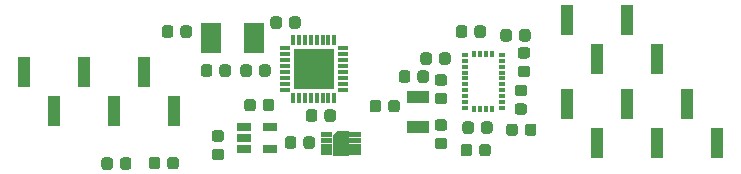
<source format=gbr>
G04 #@! TF.GenerationSoftware,KiCad,Pcbnew,(5.1.6-0-10_14)*
G04 #@! TF.CreationDate,2020-07-22T22:48:04-07:00*
G04 #@! TF.ProjectId,VineHoop_V1_2,56696e65-486f-46f7-905f-56315f322e6b,rev?*
G04 #@! TF.SameCoordinates,Original*
G04 #@! TF.FileFunction,Soldermask,Top*
G04 #@! TF.FilePolarity,Negative*
%FSLAX46Y46*%
G04 Gerber Fmt 4.6, Leading zero omitted, Abs format (unit mm)*
G04 Created by KiCad (PCBNEW (5.1.6-0-10_14)) date 2020-07-22 22:48:04*
%MOMM*%
%LPD*%
G01*
G04 APERTURE LIST*
%ADD10C,0.010000*%
%ADD11C,0.001000*%
%ADD12R,1.101600X2.611600*%
%ADD13R,0.626600X0.401600*%
%ADD14R,0.401600X0.526600*%
%ADD15R,3.352800X3.352800*%
%ADD16R,0.914400X0.406400*%
%ADD17R,0.406400X0.914400*%
%ADD18R,1.161600X0.751600*%
%ADD19R,1.901600X1.101600*%
%ADD20R,1.801600X2.501600*%
%ADD21R,0.301600X1.101600*%
G04 APERTURE END LIST*
D10*
G36*
X152226826Y-69665000D02*
G01*
X153126000Y-69665000D01*
X153126000Y-70066046D01*
X152226826Y-70066046D01*
X152226826Y-69665000D01*
G37*
X152226826Y-69665000D02*
X153126000Y-69665000D01*
X153126000Y-70066046D01*
X152226826Y-70066046D01*
X152226826Y-69665000D01*
G36*
X152226746Y-69165000D02*
G01*
X153126000Y-69165000D01*
X153126000Y-69565448D01*
X152226746Y-69565448D01*
X152226746Y-69165000D01*
G37*
X152226746Y-69165000D02*
X153126000Y-69165000D01*
X153126000Y-69565448D01*
X152226746Y-69565448D01*
X152226746Y-69165000D01*
G36*
X152226849Y-68665000D02*
G01*
X153126000Y-68665000D01*
X153126000Y-69064943D01*
X152226849Y-69064943D01*
X152226849Y-68665000D01*
G37*
X152226849Y-68665000D02*
X153126000Y-68665000D01*
X153126000Y-69064943D01*
X152226849Y-69064943D01*
X152226849Y-68665000D01*
G36*
X152226198Y-68165000D02*
G01*
X153126000Y-68165000D01*
X153126000Y-68564855D01*
X152226198Y-68564855D01*
X152226198Y-68165000D01*
G37*
X152226198Y-68165000D02*
X153126000Y-68165000D01*
X153126000Y-68564855D01*
X152226198Y-68564855D01*
X152226198Y-68165000D01*
G36*
X149825490Y-69665000D02*
G01*
X150726000Y-69665000D01*
X150726000Y-70065295D01*
X149825490Y-70065295D01*
X149825490Y-69665000D01*
G37*
X149825490Y-69665000D02*
X150726000Y-69665000D01*
X150726000Y-70065295D01*
X149825490Y-70065295D01*
X149825490Y-69665000D01*
G36*
X149824100Y-69165000D02*
G01*
X150726000Y-69165000D01*
X150726000Y-69565519D01*
X149824100Y-69565519D01*
X149824100Y-69165000D01*
G37*
X149824100Y-69165000D02*
X150726000Y-69165000D01*
X150726000Y-69565519D01*
X149824100Y-69565519D01*
X149824100Y-69165000D01*
G36*
X149825330Y-68665000D02*
G01*
X150726000Y-68665000D01*
X150726000Y-69064980D01*
X149825330Y-69064980D01*
X149825330Y-68665000D01*
G37*
X149825330Y-68665000D02*
X150726000Y-68665000D01*
X150726000Y-69064980D01*
X149825330Y-69064980D01*
X149825330Y-68665000D01*
G36*
X149824660Y-68165000D02*
G01*
X150726000Y-68165000D01*
X150726000Y-68564552D01*
X149824660Y-68564552D01*
X149824660Y-68165000D01*
G37*
X149824660Y-68165000D02*
X150726000Y-68165000D01*
X150726000Y-68564552D01*
X149824660Y-68564552D01*
X149824660Y-68165000D01*
D11*
G36*
X150826000Y-68465000D02*
G01*
X151176000Y-68115000D01*
X152126000Y-68115000D01*
X152126000Y-70115000D01*
X150826000Y-70115000D01*
X150826000Y-68465000D01*
G37*
X150826000Y-68465000D02*
X151176000Y-68115000D01*
X152126000Y-68115000D01*
X152126000Y-70115000D01*
X150826000Y-70115000D01*
X150826000Y-68465000D01*
G36*
G01*
X136235300Y-70544350D02*
X136235300Y-71107650D01*
G75*
G02*
X135991150Y-71351800I-244150J0D01*
G01*
X135502850Y-71351800D01*
G75*
G02*
X135258700Y-71107650I0J244150D01*
G01*
X135258700Y-70544350D01*
G75*
G02*
X135502850Y-70300200I244150J0D01*
G01*
X135991150Y-70300200D01*
G75*
G02*
X136235300Y-70544350I0J-244150D01*
G01*
G37*
G36*
G01*
X137810300Y-70544350D02*
X137810300Y-71107650D01*
G75*
G02*
X137566150Y-71351800I-244150J0D01*
G01*
X137077850Y-71351800D01*
G75*
G02*
X136833700Y-71107650I0J244150D01*
G01*
X136833700Y-70544350D01*
G75*
G02*
X137077850Y-70300200I244150J0D01*
G01*
X137566150Y-70300200D01*
G75*
G02*
X137810300Y-70544350I0J-244150D01*
G01*
G37*
G36*
G01*
X132823700Y-71147650D02*
X132823700Y-70584350D01*
G75*
G02*
X133067850Y-70340200I244150J0D01*
G01*
X133556150Y-70340200D01*
G75*
G02*
X133800300Y-70584350I0J-244150D01*
G01*
X133800300Y-71147650D01*
G75*
G02*
X133556150Y-71391800I-244150J0D01*
G01*
X133067850Y-71391800D01*
G75*
G02*
X132823700Y-71147650I0J244150D01*
G01*
G37*
G36*
G01*
X131248700Y-71147650D02*
X131248700Y-70584350D01*
G75*
G02*
X131492850Y-70340200I244150J0D01*
G01*
X131981150Y-70340200D01*
G75*
G02*
X132225300Y-70584350I0J-244150D01*
G01*
X132225300Y-71147650D01*
G75*
G02*
X131981150Y-71391800I-244150J0D01*
G01*
X131492850Y-71391800D01*
G75*
G02*
X131248700Y-71147650I0J244150D01*
G01*
G37*
G36*
G01*
X162641800Y-69441350D02*
X162641800Y-70004650D01*
G75*
G02*
X162397650Y-70248800I-244150J0D01*
G01*
X161909350Y-70248800D01*
G75*
G02*
X161665200Y-70004650I0J244150D01*
G01*
X161665200Y-69441350D01*
G75*
G02*
X161909350Y-69197200I244150J0D01*
G01*
X162397650Y-69197200D01*
G75*
G02*
X162641800Y-69441350I0J-244150D01*
G01*
G37*
G36*
G01*
X164216800Y-69441350D02*
X164216800Y-70004650D01*
G75*
G02*
X163972650Y-70248800I-244150J0D01*
G01*
X163484350Y-70248800D01*
G75*
G02*
X163240200Y-70004650I0J244150D01*
G01*
X163240200Y-69441350D01*
G75*
G02*
X163484350Y-69197200I244150J0D01*
G01*
X163972650Y-69197200D01*
G75*
G02*
X164216800Y-69441350I0J-244150D01*
G01*
G37*
G36*
G01*
X144596700Y-63273650D02*
X144596700Y-62710350D01*
G75*
G02*
X144840850Y-62466200I244150J0D01*
G01*
X145329150Y-62466200D01*
G75*
G02*
X145573300Y-62710350I0J-244150D01*
G01*
X145573300Y-63273650D01*
G75*
G02*
X145329150Y-63517800I-244150J0D01*
G01*
X144840850Y-63517800D01*
G75*
G02*
X144596700Y-63273650I0J244150D01*
G01*
G37*
G36*
G01*
X143021700Y-63273650D02*
X143021700Y-62710350D01*
G75*
G02*
X143265850Y-62466200I244150J0D01*
G01*
X143754150Y-62466200D01*
G75*
G02*
X143998300Y-62710350I0J-244150D01*
G01*
X143998300Y-63273650D01*
G75*
G02*
X143754150Y-63517800I-244150J0D01*
G01*
X143265850Y-63517800D01*
G75*
G02*
X143021700Y-63273650I0J244150D01*
G01*
G37*
D12*
X173228000Y-61976000D03*
X178308000Y-61976000D03*
X170688000Y-58666000D03*
X175768000Y-58666000D03*
G36*
G01*
X141243700Y-63273650D02*
X141243700Y-62710350D01*
G75*
G02*
X141487850Y-62466200I244150J0D01*
G01*
X141976150Y-62466200D01*
G75*
G02*
X142220300Y-62710350I0J-244150D01*
G01*
X142220300Y-63273650D01*
G75*
G02*
X141976150Y-63517800I-244150J0D01*
G01*
X141487850Y-63517800D01*
G75*
G02*
X141243700Y-63273650I0J244150D01*
G01*
G37*
G36*
G01*
X139668700Y-63273650D02*
X139668700Y-62710350D01*
G75*
G02*
X139912850Y-62466200I244150J0D01*
G01*
X140401150Y-62466200D01*
G75*
G02*
X140645300Y-62710350I0J-244150D01*
G01*
X140645300Y-63273650D01*
G75*
G02*
X140401150Y-63517800I-244150J0D01*
G01*
X139912850Y-63517800D01*
G75*
G02*
X139668700Y-63273650I0J244150D01*
G01*
G37*
G36*
G01*
X149535300Y-66520350D02*
X149535300Y-67083650D01*
G75*
G02*
X149291150Y-67327800I-244150J0D01*
G01*
X148802850Y-67327800D01*
G75*
G02*
X148558700Y-67083650I0J244150D01*
G01*
X148558700Y-66520350D01*
G75*
G02*
X148802850Y-66276200I244150J0D01*
G01*
X149291150Y-66276200D01*
G75*
G02*
X149535300Y-66520350I0J-244150D01*
G01*
G37*
G36*
G01*
X151110300Y-66520350D02*
X151110300Y-67083650D01*
G75*
G02*
X150866150Y-67327800I-244150J0D01*
G01*
X150377850Y-67327800D01*
G75*
G02*
X150133700Y-67083650I0J244150D01*
G01*
X150133700Y-66520350D01*
G75*
G02*
X150377850Y-66276200I244150J0D01*
G01*
X150866150Y-66276200D01*
G75*
G02*
X151110300Y-66520350I0J-244150D01*
G01*
G37*
D13*
X162021500Y-65655000D03*
X162021500Y-65155000D03*
X162021500Y-64655000D03*
X162021500Y-64155000D03*
X162021500Y-63655000D03*
X162021500Y-63155000D03*
X162021500Y-62655000D03*
X162021500Y-62155000D03*
X162021500Y-61655000D03*
D14*
X162834000Y-61592500D03*
X163334000Y-61592500D03*
X163834000Y-61592500D03*
X164334000Y-61592500D03*
D13*
X165146500Y-61655000D03*
X165146500Y-62155000D03*
X165146500Y-62655000D03*
X165146500Y-63155000D03*
X165146500Y-63655000D03*
X165146500Y-64155000D03*
X165146500Y-64655000D03*
X165146500Y-65155000D03*
X165146500Y-65655000D03*
X165146500Y-66155000D03*
D14*
X164334000Y-66217500D03*
X163834000Y-66217500D03*
X163334000Y-66217500D03*
X162834000Y-66217500D03*
D13*
X162021500Y-66155000D03*
D15*
X149225000Y-62865000D03*
D16*
X151688800Y-61112400D03*
X151688800Y-61620400D03*
X151688800Y-62103000D03*
X151688800Y-62611000D03*
X151688800Y-63119000D03*
X151688800Y-63627000D03*
X151688800Y-64109600D03*
X151688800Y-64617600D03*
D17*
X150977600Y-65328800D03*
X150469600Y-65328800D03*
X149987000Y-65328800D03*
X149479000Y-65328800D03*
X148971000Y-65328800D03*
X148463000Y-65328800D03*
X147980400Y-65328800D03*
X147472400Y-65328800D03*
D16*
X146761200Y-64617600D03*
X146761200Y-64109600D03*
X146761200Y-63627000D03*
X146761200Y-63119000D03*
X146761200Y-62611000D03*
X146761200Y-62103000D03*
X146761200Y-61620400D03*
X146761200Y-61112400D03*
D17*
X147472400Y-60401200D03*
X147980400Y-60401200D03*
X148463000Y-60401200D03*
X148971000Y-60401200D03*
X149479000Y-60401200D03*
X149987000Y-60401200D03*
X150469600Y-60401200D03*
X150977600Y-60401200D03*
D18*
X145522000Y-67725000D03*
X145522000Y-69625000D03*
X143322000Y-69625000D03*
X143322000Y-68675000D03*
X143322000Y-67725000D03*
G36*
G01*
X167310650Y-61970800D02*
X166747350Y-61970800D01*
G75*
G02*
X166503200Y-61726650I0J244150D01*
G01*
X166503200Y-61238350D01*
G75*
G02*
X166747350Y-60994200I244150J0D01*
G01*
X167310650Y-60994200D01*
G75*
G02*
X167554800Y-61238350I0J-244150D01*
G01*
X167554800Y-61726650D01*
G75*
G02*
X167310650Y-61970800I-244150J0D01*
G01*
G37*
G36*
G01*
X167310650Y-63545800D02*
X166747350Y-63545800D01*
G75*
G02*
X166503200Y-63301650I0J244150D01*
G01*
X166503200Y-62813350D01*
G75*
G02*
X166747350Y-62569200I244150J0D01*
G01*
X167310650Y-62569200D01*
G75*
G02*
X167554800Y-62813350I0J-244150D01*
G01*
X167554800Y-63301650D01*
G75*
G02*
X167310650Y-63545800I-244150J0D01*
G01*
G37*
G36*
G01*
X163392700Y-68099650D02*
X163392700Y-67536350D01*
G75*
G02*
X163636850Y-67292200I244150J0D01*
G01*
X164125150Y-67292200D01*
G75*
G02*
X164369300Y-67536350I0J-244150D01*
G01*
X164369300Y-68099650D01*
G75*
G02*
X164125150Y-68343800I-244150J0D01*
G01*
X163636850Y-68343800D01*
G75*
G02*
X163392700Y-68099650I0J244150D01*
G01*
G37*
G36*
G01*
X161817700Y-68099650D02*
X161817700Y-67536350D01*
G75*
G02*
X162061850Y-67292200I244150J0D01*
G01*
X162550150Y-67292200D01*
G75*
G02*
X162794300Y-67536350I0J-244150D01*
G01*
X162794300Y-68099650D01*
G75*
G02*
X162550150Y-68343800I-244150J0D01*
G01*
X162061850Y-68343800D01*
G75*
G02*
X161817700Y-68099650I0J244150D01*
G01*
G37*
G36*
G01*
X137941700Y-59971650D02*
X137941700Y-59408350D01*
G75*
G02*
X138185850Y-59164200I244150J0D01*
G01*
X138674150Y-59164200D01*
G75*
G02*
X138918300Y-59408350I0J-244150D01*
G01*
X138918300Y-59971650D01*
G75*
G02*
X138674150Y-60215800I-244150J0D01*
G01*
X138185850Y-60215800D01*
G75*
G02*
X137941700Y-59971650I0J244150D01*
G01*
G37*
G36*
G01*
X136366700Y-59971650D02*
X136366700Y-59408350D01*
G75*
G02*
X136610850Y-59164200I244150J0D01*
G01*
X137099150Y-59164200D01*
G75*
G02*
X137343300Y-59408350I0J-244150D01*
G01*
X137343300Y-59971650D01*
G75*
G02*
X137099150Y-60215800I-244150J0D01*
G01*
X136610850Y-60215800D01*
G75*
G02*
X136366700Y-59971650I0J244150D01*
G01*
G37*
G36*
G01*
X146538300Y-58646350D02*
X146538300Y-59209650D01*
G75*
G02*
X146294150Y-59453800I-244150J0D01*
G01*
X145805850Y-59453800D01*
G75*
G02*
X145561700Y-59209650I0J244150D01*
G01*
X145561700Y-58646350D01*
G75*
G02*
X145805850Y-58402200I244150J0D01*
G01*
X146294150Y-58402200D01*
G75*
G02*
X146538300Y-58646350I0J-244150D01*
G01*
G37*
G36*
G01*
X148113300Y-58646350D02*
X148113300Y-59209650D01*
G75*
G02*
X147869150Y-59453800I-244150J0D01*
G01*
X147380850Y-59453800D01*
G75*
G02*
X147136700Y-59209650I0J244150D01*
G01*
X147136700Y-58646350D01*
G75*
G02*
X147380850Y-58402200I244150J0D01*
G01*
X147869150Y-58402200D01*
G75*
G02*
X148113300Y-58646350I0J-244150D01*
G01*
G37*
G36*
G01*
X144315800Y-65631350D02*
X144315800Y-66194650D01*
G75*
G02*
X144071650Y-66438800I-244150J0D01*
G01*
X143583350Y-66438800D01*
G75*
G02*
X143339200Y-66194650I0J244150D01*
G01*
X143339200Y-65631350D01*
G75*
G02*
X143583350Y-65387200I244150J0D01*
G01*
X144071650Y-65387200D01*
G75*
G02*
X144315800Y-65631350I0J-244150D01*
G01*
G37*
G36*
G01*
X145890800Y-65631350D02*
X145890800Y-66194650D01*
G75*
G02*
X145646650Y-66438800I-244150J0D01*
G01*
X145158350Y-66438800D01*
G75*
G02*
X144914200Y-66194650I0J244150D01*
G01*
X144914200Y-65631350D01*
G75*
G02*
X145158350Y-65387200I244150J0D01*
G01*
X145646650Y-65387200D01*
G75*
G02*
X145890800Y-65631350I0J-244150D01*
G01*
G37*
G36*
G01*
X141401650Y-69010800D02*
X140838350Y-69010800D01*
G75*
G02*
X140594200Y-68766650I0J244150D01*
G01*
X140594200Y-68278350D01*
G75*
G02*
X140838350Y-68034200I244150J0D01*
G01*
X141401650Y-68034200D01*
G75*
G02*
X141645800Y-68278350I0J-244150D01*
G01*
X141645800Y-68766650D01*
G75*
G02*
X141401650Y-69010800I-244150J0D01*
G01*
G37*
G36*
G01*
X141401650Y-70585800D02*
X140838350Y-70585800D01*
G75*
G02*
X140594200Y-70341650I0J244150D01*
G01*
X140594200Y-69853350D01*
G75*
G02*
X140838350Y-69609200I244150J0D01*
G01*
X141401650Y-69609200D01*
G75*
G02*
X141645800Y-69853350I0J-244150D01*
G01*
X141645800Y-70341650D01*
G75*
G02*
X141401650Y-70585800I-244150J0D01*
G01*
G37*
G36*
G01*
X166488350Y-65765700D02*
X167051650Y-65765700D01*
G75*
G02*
X167295800Y-66009850I0J-244150D01*
G01*
X167295800Y-66498150D01*
G75*
G02*
X167051650Y-66742300I-244150J0D01*
G01*
X166488350Y-66742300D01*
G75*
G02*
X166244200Y-66498150I0J244150D01*
G01*
X166244200Y-66009850D01*
G75*
G02*
X166488350Y-65765700I244150J0D01*
G01*
G37*
G36*
G01*
X166488350Y-64190700D02*
X167051650Y-64190700D01*
G75*
G02*
X167295800Y-64434850I0J-244150D01*
G01*
X167295800Y-64923150D01*
G75*
G02*
X167051650Y-65167300I-244150J0D01*
G01*
X166488350Y-65167300D01*
G75*
G02*
X166244200Y-64923150I0J244150D01*
G01*
X166244200Y-64434850D01*
G75*
G02*
X166488350Y-64190700I244150J0D01*
G01*
G37*
G36*
G01*
X158007700Y-63781650D02*
X158007700Y-63218350D01*
G75*
G02*
X158251850Y-62974200I244150J0D01*
G01*
X158740150Y-62974200D01*
G75*
G02*
X158984300Y-63218350I0J-244150D01*
G01*
X158984300Y-63781650D01*
G75*
G02*
X158740150Y-64025800I-244150J0D01*
G01*
X158251850Y-64025800D01*
G75*
G02*
X158007700Y-63781650I0J244150D01*
G01*
G37*
G36*
G01*
X156432700Y-63781650D02*
X156432700Y-63218350D01*
G75*
G02*
X156676850Y-62974200I244150J0D01*
G01*
X157165150Y-62974200D01*
G75*
G02*
X157409300Y-63218350I0J-244150D01*
G01*
X157409300Y-63781650D01*
G75*
G02*
X157165150Y-64025800I-244150J0D01*
G01*
X156676850Y-64025800D01*
G75*
G02*
X156432700Y-63781650I0J244150D01*
G01*
G37*
G36*
G01*
X159238300Y-61694350D02*
X159238300Y-62257650D01*
G75*
G02*
X158994150Y-62501800I-244150J0D01*
G01*
X158505850Y-62501800D01*
G75*
G02*
X158261700Y-62257650I0J244150D01*
G01*
X158261700Y-61694350D01*
G75*
G02*
X158505850Y-61450200I244150J0D01*
G01*
X158994150Y-61450200D01*
G75*
G02*
X159238300Y-61694350I0J-244150D01*
G01*
G37*
G36*
G01*
X160813300Y-61694350D02*
X160813300Y-62257650D01*
G75*
G02*
X160569150Y-62501800I-244150J0D01*
G01*
X160080850Y-62501800D01*
G75*
G02*
X159836700Y-62257650I0J244150D01*
G01*
X159836700Y-61694350D01*
G75*
G02*
X160080850Y-61450200I244150J0D01*
G01*
X160569150Y-61450200D01*
G75*
G02*
X160813300Y-61694350I0J-244150D01*
G01*
G37*
G36*
G01*
X154937300Y-65718350D02*
X154937300Y-66281650D01*
G75*
G02*
X154693150Y-66525800I-244150J0D01*
G01*
X154204850Y-66525800D01*
G75*
G02*
X153960700Y-66281650I0J244150D01*
G01*
X153960700Y-65718350D01*
G75*
G02*
X154204850Y-65474200I244150J0D01*
G01*
X154693150Y-65474200D01*
G75*
G02*
X154937300Y-65718350I0J-244150D01*
G01*
G37*
G36*
G01*
X156512300Y-65718350D02*
X156512300Y-66281650D01*
G75*
G02*
X156268150Y-66525800I-244150J0D01*
G01*
X155779850Y-66525800D01*
G75*
G02*
X155535700Y-66281650I0J244150D01*
G01*
X155535700Y-65718350D01*
G75*
G02*
X155779850Y-65474200I244150J0D01*
G01*
X156268150Y-65474200D01*
G75*
G02*
X156512300Y-65718350I0J-244150D01*
G01*
G37*
G36*
G01*
X148355700Y-69369650D02*
X148355700Y-68806350D01*
G75*
G02*
X148599850Y-68562200I244150J0D01*
G01*
X149088150Y-68562200D01*
G75*
G02*
X149332300Y-68806350I0J-244150D01*
G01*
X149332300Y-69369650D01*
G75*
G02*
X149088150Y-69613800I-244150J0D01*
G01*
X148599850Y-69613800D01*
G75*
G02*
X148355700Y-69369650I0J244150D01*
G01*
G37*
G36*
G01*
X146780700Y-69369650D02*
X146780700Y-68806350D01*
G75*
G02*
X147024850Y-68562200I244150J0D01*
G01*
X147513150Y-68562200D01*
G75*
G02*
X147757300Y-68806350I0J-244150D01*
G01*
X147757300Y-69369650D01*
G75*
G02*
X147513150Y-69613800I-244150J0D01*
G01*
X147024850Y-69613800D01*
G75*
G02*
X146780700Y-69369650I0J244150D01*
G01*
G37*
G36*
G01*
X160285650Y-64280800D02*
X159722350Y-64280800D01*
G75*
G02*
X159478200Y-64036650I0J244150D01*
G01*
X159478200Y-63548350D01*
G75*
G02*
X159722350Y-63304200I244150J0D01*
G01*
X160285650Y-63304200D01*
G75*
G02*
X160529800Y-63548350I0J-244150D01*
G01*
X160529800Y-64036650D01*
G75*
G02*
X160285650Y-64280800I-244150J0D01*
G01*
G37*
G36*
G01*
X160285650Y-65855800D02*
X159722350Y-65855800D01*
G75*
G02*
X159478200Y-65611650I0J244150D01*
G01*
X159478200Y-65123350D01*
G75*
G02*
X159722350Y-64879200I244150J0D01*
G01*
X160285650Y-64879200D01*
G75*
G02*
X160529800Y-65123350I0J-244150D01*
G01*
X160529800Y-65611650D01*
G75*
G02*
X160285650Y-65855800I-244150J0D01*
G01*
G37*
G36*
G01*
X159722350Y-68689200D02*
X160285650Y-68689200D01*
G75*
G02*
X160529800Y-68933350I0J-244150D01*
G01*
X160529800Y-69421650D01*
G75*
G02*
X160285650Y-69665800I-244150J0D01*
G01*
X159722350Y-69665800D01*
G75*
G02*
X159478200Y-69421650I0J244150D01*
G01*
X159478200Y-68933350D01*
G75*
G02*
X159722350Y-68689200I244150J0D01*
G01*
G37*
G36*
G01*
X159722350Y-67114200D02*
X160285650Y-67114200D01*
G75*
G02*
X160529800Y-67358350I0J-244150D01*
G01*
X160529800Y-67846650D01*
G75*
G02*
X160285650Y-68090800I-244150J0D01*
G01*
X159722350Y-68090800D01*
G75*
G02*
X159478200Y-67846650I0J244150D01*
G01*
X159478200Y-67358350D01*
G75*
G02*
X159722350Y-67114200I244150J0D01*
G01*
G37*
G36*
G01*
X162833700Y-59971650D02*
X162833700Y-59408350D01*
G75*
G02*
X163077850Y-59164200I244150J0D01*
G01*
X163566150Y-59164200D01*
G75*
G02*
X163810300Y-59408350I0J-244150D01*
G01*
X163810300Y-59971650D01*
G75*
G02*
X163566150Y-60215800I-244150J0D01*
G01*
X163077850Y-60215800D01*
G75*
G02*
X162833700Y-59971650I0J244150D01*
G01*
G37*
G36*
G01*
X161258700Y-59971650D02*
X161258700Y-59408350D01*
G75*
G02*
X161502850Y-59164200I244150J0D01*
G01*
X161991150Y-59164200D01*
G75*
G02*
X162235300Y-59408350I0J-244150D01*
G01*
X162235300Y-59971650D01*
G75*
G02*
X161991150Y-60215800I-244150J0D01*
G01*
X161502850Y-60215800D01*
G75*
G02*
X161258700Y-59971650I0J244150D01*
G01*
G37*
G36*
G01*
X166610700Y-60281650D02*
X166610700Y-59718350D01*
G75*
G02*
X166854850Y-59474200I244150J0D01*
G01*
X167343150Y-59474200D01*
G75*
G02*
X167587300Y-59718350I0J-244150D01*
G01*
X167587300Y-60281650D01*
G75*
G02*
X167343150Y-60525800I-244150J0D01*
G01*
X166854850Y-60525800D01*
G75*
G02*
X166610700Y-60281650I0J244150D01*
G01*
G37*
G36*
G01*
X165035700Y-60281650D02*
X165035700Y-59718350D01*
G75*
G02*
X165279850Y-59474200I244150J0D01*
G01*
X165768150Y-59474200D01*
G75*
G02*
X166012300Y-59718350I0J-244150D01*
G01*
X166012300Y-60281650D01*
G75*
G02*
X165768150Y-60525800I-244150J0D01*
G01*
X165279850Y-60525800D01*
G75*
G02*
X165035700Y-60281650I0J244150D01*
G01*
G37*
G36*
G01*
X167110700Y-68281650D02*
X167110700Y-67718350D01*
G75*
G02*
X167354850Y-67474200I244150J0D01*
G01*
X167843150Y-67474200D01*
G75*
G02*
X168087300Y-67718350I0J-244150D01*
G01*
X168087300Y-68281650D01*
G75*
G02*
X167843150Y-68525800I-244150J0D01*
G01*
X167354850Y-68525800D01*
G75*
G02*
X167110700Y-68281650I0J244150D01*
G01*
G37*
G36*
G01*
X165535700Y-68281650D02*
X165535700Y-67718350D01*
G75*
G02*
X165779850Y-67474200I244150J0D01*
G01*
X166268150Y-67474200D01*
G75*
G02*
X166512300Y-67718350I0J-244150D01*
G01*
X166512300Y-68281650D01*
G75*
G02*
X166268150Y-68525800I-244150J0D01*
G01*
X165779850Y-68525800D01*
G75*
G02*
X165535700Y-68281650I0J244150D01*
G01*
G37*
D19*
X158024000Y-65235000D03*
X158024000Y-67735000D03*
D20*
X140500000Y-60254000D03*
X144200000Y-60254000D03*
D12*
X134874000Y-63115000D03*
X129794000Y-63115000D03*
X124714000Y-63115000D03*
X137414000Y-66425000D03*
X132334000Y-66425000D03*
X127254000Y-66425000D03*
D21*
X151476000Y-69115000D03*
D12*
X180848000Y-65778000D03*
X175768000Y-65778000D03*
X170688000Y-65778000D03*
X183388000Y-69088000D03*
X178308000Y-69088000D03*
X173228000Y-69088000D03*
M02*

</source>
